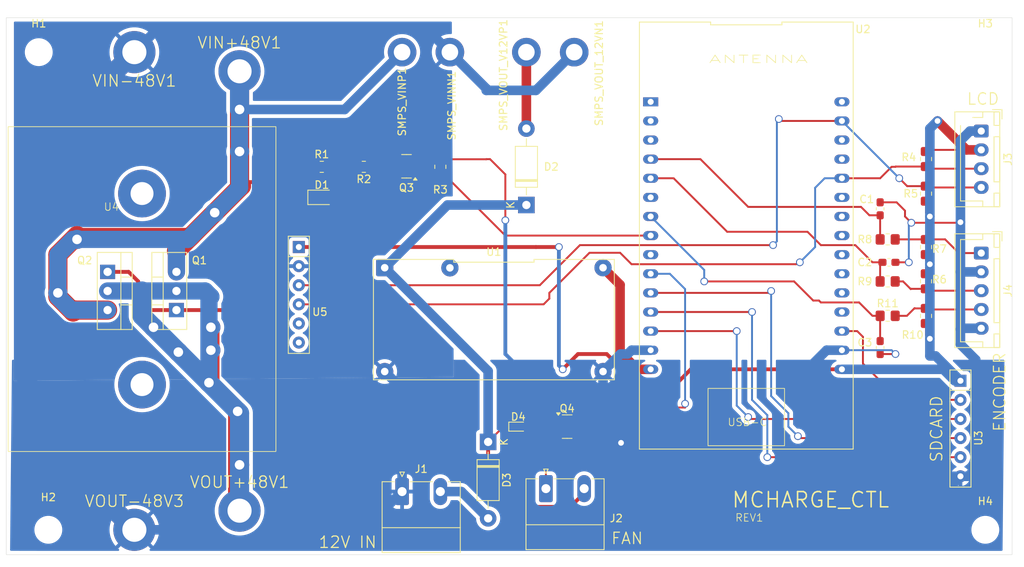
<source format=kicad_pcb>
(kicad_pcb (version 20240108) (generator "pcbnew") (generator_version "8.0")
  (layers (0 "F.Cu" signal) (31 "B.Cu" signal) (34 "B.Paste" user) (35 "F.Paste" user) (36 "B.SilkS" user "B.Silkscreen") (37 "F.SilkS" user "F.Silkscreen") (38 "B.Mask" user) (39 "F.Mask" user) (44 "Edge.Cuts" user))
  (net 0 "")
  (net 1 "GND")
  (net 3 "/SCLK")
  (net 4 "/48V_EN")
  (net 7 "/SDA")
  (net 8 "/enc_bn")
  (net 9 "+5V")
  (net 16 "/SCL")
  (net 17 "/SPI_CS")
  (net 18 "/push_n")
  (net 22 "/MOSI")
  (net 24 "/enc_an")
  (net 25 "+3.3V")
  (net 26 "/MISO")
  (net 28 "/enc_an_unb")
  (net 29 "/enc_bn_unb")
  (net 30 "/push_low_n")
  (net 31 "Net-(D4-A)")
  (net 32 "+12V")
  (net 36 "/SW_GATE")
  (net 37 "Net-(Q3-D)")
  (net 38 "/VIN48")
  (net 39 "/VOUT48")
  (net 40 "/SMPS_12")
  (net 41 "/12VIN")
  (net 44 "/FAN_EN_L")
  (footprint "MountingHole:MountingHole_3.2mm_M3_DIN965_Pad_TopBottom" (layer "F.Cu") (at 64.77 124.46)
    (property "Reference" "VOUT+48V1")
    (property "Value" "MountingHole_Pad")
  )
  (footprint "Resistor_SMD:R_0805_2012Metric_Pad1.20x1.40mm_HandSolder" (layer "F.Cu") (at 81.28 78.74 180)
    (property "Reference" "R2")
    (property "Value" "47K")
  )
  (footprint "Resistor_THT:R_Array_SIP6" (layer "F.Cu") (at 72.644 89.408 -90)
    (property "Reference" "U5")
    (property "Value" "~")
  )
  (footprint "MountingHole:MountingHole_2.2mm_M2_DIN965_Pad_TopBottom" (layer "F.Cu") (at 102.87 63.5 90)
    (property "Reference" "SMPS_VOUT_V12VP1")
    (property "Value" "MountingHole_Pad")
  )
  (footprint "Diode_SMD:D_SOD-523" (layer "F.Cu") (at 101.792 113.284)
    (property "Reference" "D4")
    (property "Value" "1N4148WT")
  )
  (footprint "Resistor_SMD:R_0805_2012Metric_Pad1.20x1.40mm_HandSolder" (layer "F.Cu") (at 91.44 78.74 -90)
    (property "Reference" "R3")
    (property "Value" "47K")
  )
  (footprint "Capacitor_SMD:C_0603_1608Metric_Pad1.08x0.95mm_HandSolder" (layer "F.Cu") (at 149.86 84.328 90)
    (property "Reference" "C1")
    (property "Value" "10n")
  )
  (footprint "Resistor_SMD:R_0805_2012Metric_Pad1.20x1.40mm_HandSolder" (layer "F.Cu") (at 150.86 88.392)
    (property "Reference" "R8")
    (property "Value" "10K")
  )
  (footprint "MountingHole:MountingHole_3.2mm_M3_DIN965" (layer "F.Cu") (at 163.83 63.5)
    (property "Reference" "H3")
    (property "Value" "MountingHole")
  )
  (footprint "Capacitor_SMD:C_0603_1608Metric_Pad1.08x0.95mm_HandSolder" (layer "F.Cu") (at 149.86 102.7695 -90)
    (property "Reference" "C3")
    (property "Value" "10n")
  )
  (footprint "Resistor_SMD:R_0805_2012Metric_Pad1.20x1.40mm_HandSolder" (layer "F.Cu") (at 155.956 93.964 -90)
    (property "Reference" "R6")
    (property "Value" "10K")
  )
  (footprint "Resistor_SMD:R_0805_2012Metric_Pad1.20x1.40mm_HandSolder" (layer "F.Cu") (at 155.956 89.408 90)
    (property "Reference" "R7")
    (property "Value" "10K")
  )
  (footprint "MountingHole:MountingHole_3.2mm_M3_DIN965" (layer "F.Cu") (at 163.83 127)
    (property "Reference" "H4")
    (property "Value" "MountingHole")
  )
  (footprint "Capacitor_SMD:C_0603_1608Metric_Pad1.08x0.95mm_HandSolder" (layer "F.Cu") (at 151.0295 91.44)
    (property "Reference" "C2")
    (property "Value" "10n")
  )
  (footprint "Resistor_SMD:R_0805_2012Metric_Pad1.20x1.40mm_HandSolder" (layer "F.Cu") (at 155.956 98.568 90)
    (property "Reference" "R10")
    (property "Value" "10K")
  )
  (footprint "Package_TO_SOT_THT:TO-220-3_Vertical" (layer "F.Cu") (at 56.388 97.79 90)
    (property "Reference" "Q1")
    (property "Value" "IRF5210")
  )
  (footprint "Diode_THT:D_DO-41_SOD81_P10.16mm_Horizontal" (layer "F.Cu") (at 102.87 83.82 90)
    (property "Reference" "D2")
    (property "Value" "1N4002")
  )
  (footprint "MountingHole:MountingHole_3.2mm_M3_DIN965_Pad_TopBottom" (layer "F.Cu") (at 50.8 63.5)
    (property "Reference" "VIN-48V1")
    (property "Value" "MountingHole_Pad")
  )
  (footprint "mower_footprints:switcher_en" (layer "F.Cu") (at 98.552 99.06 -90)
    (property "Reference" "U1")
    (property "Value" "~")
  )
  (footprint "Package_TO_SOT_THT:TO-220-3_Vertical" (layer "F.Cu") (at 47.244 92.71 -90)
    (property "Reference" "Q2")
    (property "Value" "IRF5210")
  )
  (footprint "Resistor_SMD:R_0805_2012Metric_Pad1.20x1.40mm_HandSolder" (layer "F.Cu") (at 150.86 98.552)
    (property "Reference" "R11")
    (property "Value" "10K")
  )
  (footprint "Connector_Phoenix_MC_HighVoltage:PhoenixContact_MC_1,5_2-G-5.08_1x02_P5.08mm_Horizontal" (layer "F.Cu") (at 86.36 121.92)
    (property "Reference" "J1")
    (property "Value" "Conn_01x02_Pin")
  )
  (footprint "Resistor_SMD:R_0805_2012Metric_Pad1.20x1.40mm_HandSolder" (layer "F.Cu") (at 155.956 77.708 -90)
    (property "Reference" "R4")
    (property "Value" "3K3")
  )
  (footprint "MountingHole:MountingHole_2.2mm_M2_DIN965_Pad_TopBottom" (layer "F.Cu") (at 92.71 63.5 90)
    (property "Reference" "SMPS_VINN1")
    (property "Value" "MountingHole_Pad")
  )
  (footprint "Resistor_THT:R_Array_SIP6" (layer "F.Cu") (at 160.528 107.188 -90)
    (property "Reference" "U3")
    (property "Value" "~")
  )
  (footprint "Resistor_SMD:R_0805_2012Metric_Pad1.20x1.40mm_HandSolder" (layer "F.Cu") (at 150.86 93.98)
    (property "Reference" "R9")
    (property "Value" "10K")
  )
  (footprint "MountingHole:MountingHole_3.2mm_M3_DIN965" (layer "F.Cu") (at 38.1 63.5)
    (property "Reference" "H1")
    (property "Value" "MountingHole")
  )
  (footprint "MountingHole:MountingHole_2.2mm_M2_DIN965_Pad_TopBottom" (layer "F.Cu") (at 109.22 63.5 90)
    (property "Reference" "SMPS_VOUT_12VN1")
    (property "Value" "MountingHole_Pad")
  )
  (footprint "Resistor_SMD:R_0805_2012Metric_Pad1.20x1.40mm_HandSolder" (layer "F.Cu") (at 155.956 82.312 90)
    (property "Reference" "R5")
    (property "Value" "3K3")
  )
  (footprint "Connector_JST:JST_XH_B5B-XH-A_1x05_P2.50mm_Vertical" (layer "F.Cu") (at 163.29 90.21 -90)
    (property "Reference" "J4")
    (property "Value" "Conn_01x05_Pin")
  )
  (footprint "mower_footprints:ESP32_WROOM_M1" (layer "F.Cu") (at 132.08 87.884 -90)
    (property "Reference" "U2")
    (property "Value" "~")
  )
  (footprint "Package_TO_SOT_SMD:SOT-23" (layer "F.Cu") (at 108.2825 113.284)
    (property "Reference" "Q4")
    (property "Value" "SI2300DS" (hide yes))
  )
  (footprint "MountingHole:MountingHole_3.2mm_M3_DIN965_Pad_TopBottom" (layer "F.Cu") (at 50.8 127)
    (property "Reference" "VOUT-48V3")
    (property "Value" "MountingHole_Pad")
  )
  (footprint "Diode_THT:D_DO-41_SOD81_P10.16mm_Horizontal" (layer "F.Cu") (at 97.79 115.316 -90)
    (property "Reference" "D3")
    (property "Value" "1N4002")
  )
  (footprint "Resistor_SMD:R_0805_2012Metric_Pad1.20x1.40mm_HandSolder" (layer "F.Cu") (at 75.692 78.74)
    (property "Reference" "R1")
    (property "Value" "47K")
  )
  (footprint "MountingHole:MountingHole_3.2mm_M3_DIN965_Pad_TopBottom" (layer "F.Cu") (at 64.77 66.04)
    (property "Reference" "VIN+48V1")
    (property "Value" "MountingHole_Pad")
  )
  (footprint "Connector_JST:JST_XH_B4B-XH-AM_1x04_P2.50mm_Vertical" (layer "F.Cu") (at 163.29 73.99 -90)
    (property "Reference" "J3")
    (property "Value" "Conn_01x04_Pin")
  )
  (footprint "Diode_SMD:D_0805_2012Metric_Pad1.15x1.40mm_HandSolder" (layer "F.Cu") (at 75.701 82.804)
    (property "Reference" "D1")
    (property "Value" "12V 0.25W")
  )
  (footprint "mower_footprints:TO220_m1" (layer "F.Cu") (at 51.816 94.996)
    (property "Reference" "U4")
    (property "Value" "~" (hide yes))
  )
  (footprint "Package_TO_SOT_SMD:SOT-23" (layer "F.Cu") (at 86.9465 78.674 180)
    (property "Reference" "Q3")
    (property "Value" "BSS123")
  )
  (footprint "MountingHole:MountingHole_3.2mm_M3_DIN965" (layer "F.Cu") (at 39.37 127)
    (property "Reference" "H2")
    (property "Value" "MountingHole")
  )
  (footprint "Connector_Phoenix_MC_HighVoltage:PhoenixContact_MC_1,5_2-G-5.08_1x02_P5.08mm_Horizontal" (layer "F.Cu") (at 105.465 121.5275)
    (property "Reference" "J2")
    (property "Value" "Conn_01x02_Pin")
  )
  (footprint "MountingHole:MountingHole_2.2mm_M2_DIN965_Pad_TopBottom" (layer "F.Cu") (at 86.36 63.5 90)
    (property "Reference" "SMPS_VINP1")
    (property "Value" "MountingHole_Pad")
  )
  (gr_rect (start 33.782 58.928) (end 167.386 130.302) (stroke (width 0.05)) (fill none) (layer "Edge.Cuts"))
  (gr_text "12V IN" (at 75.184 129.54 0) (layer "F.SilkS") (effects (font (size 1.524 1.524) (thickness 0.1524)) (justify left bottom)))
  (gr_text "REV1" (at 130.556 125.984 0) (layer "F.SilkS") (effects (font (size 1 1) (thickness 0.1)) (justify left bottom)))
  (gr_text "MCHARGE_CTL" (at 130.048 124.206 0) (layer "F.SilkS") (effects (font (size 2.032 2.032) (thickness 0.2032)) (justify left bottom)))
  (gr_text "SDCARD" (at 158.242 118.11 90) (layer "F.SilkS") (effects (font (size 1.524 1.524) (thickness 0.1524)) (justify left bottom)))
  (gr_text "ENCODER" (at 166.624 114.046 90) (layer "F.SilkS") (effects (font (size 1.524 1.524) (thickness 0.1524)) (justify left bottom)))
  (gr_text "FAN" (at 114.046 129.032 0) (layer "F.SilkS") (effects (font (size 1.524 1.524) (thickness 0.1524)) (justify left bottom)))
  (gr_text "LCD" (at 161.29 70.612 0) (layer "F.SilkS") (effects (font (size 1.524 1.524) (thickness 0.1524)) (justify left bottom)))
  (segment (start 87.884 77.724) (end 88.392 77.724) (width 0.254) (layer "F.Cu") (net 1))
  (segment (start 160.455 86.179) (end 160.528 86.106) (width 0.254) (layer "F.Cu") (net 1))
  (segment (start 97.536 77.724) (end 98.044 77.724) (width 0.254) (layer "F.Cu") (net 1))
  (segment (start 36.576 112.776) (end 50.8 127) (width 2.54) (layer "F.Cu") (net 1))
  (segment (start 97.52 77.74) (end 97.536 77.724) (width 0.254) (layer "F.Cu") (net 1))
  (segment (start 151.892 103.632) (end 149.86 103.632) (width 0.254) (layer "F.Cu") (net 1))
  (segment (start 153.162 85.344) (end 153.997 86.179) (width 0.254) (layer "F.Cu") (net 1))
  (segment (start 107.345 114.234) (end 107.345 115.159) (width 0.508) (layer "F.Cu") (net 1))
  (segment (start 91.44 77.74) (end 97.52 77.74) (width 0.254) (layer "F.Cu") (net 1))
  (segment (start 50.8 63.5) (end 36.576 77.724) (width 2.54) (layer "F.Cu") (net 1))
  (segment (start 100.076 79.756) (end 100.076 85.852) (width 0.254) (layer "F.Cu") (net 1))
  (segment (start 88.392 77.724) (end 88.408 77.74) (width 0.254) (layer "F.Cu") (net 1))
  (segment (start 107.345 115.159) (end 108.518 116.332) (width 0.508) (layer "F.Cu") (net 1))
  (segment (start 153.162 84.582) (end 153.162 85.344) (width 0.254) (layer "F.Cu") (net 1))
  (segment (start 152.0455 83.4655) (end 153.162 84.582) (width 0.254) (layer "F.Cu") (net 1))
  (segment (start 153.997 86.179) (end 160.455 86.179) (width 0.254) (layer "F.Cu") (net 1))
  (segment (start 108.518 116.332) (end 114.554 116.332) (width 0.508) (layer "F.Cu") (net 1))
  (segment (start 36.576 77.724) (end 36.576 112.776) (width 2.54) (layer "F.Cu") (net 1))
  (segment (start 114.554 116.332) (end 115.443 115.443) (width 0.508) (layer "F.Cu") (net 1))
  (segment (start 91.44 64.77) (end 92.71 63.5) (width 0.254) (layer "F.Cu") (net 1))
  (segment (start 151.892 91.44) (end 153.67 91.44) (width 0.254) (layer "F.Cu") (net 1))
  (segment (start 88.408 77.74) (end 91.44 77.74) (width 0.254) (layer "F.Cu") (net 1))
  (segment (start 149.86 83.4655) (end 152.0455 83.4655) (width 0.254) (layer "F.Cu") (net 1))
  (segment (start 98.044 77.724) (end 100.076 79.756) (width 0.254) (layer "F.Cu") (net 1))
  (via (at 160.528 86.106) (size 1.016) (drill 0.762) (layers "F.Cu" "B.Cu") (net 1))
  (via (at 115.443 115.443) (size 1.016) (drill 0.762) (layers "F.Cu" "B.Cu") (net 1))
  (via (at 153.67 91.44) (size 1.016) (drill 0.762) (layers "F.Cu" "B.Cu") (net 1))
  (via (at 153.997 86.179) (size 1.016) (drill 0.762) (layers "F.Cu" "B.Cu") (net 1))
  (via (at 151.892 103.632) (size 1.016) (drill 0.762) (layers "F.Cu" "B.Cu") (net 1))
  (via (at 100.076 85.852) (size 1.016) (drill 0.762) (layers "F.Cu" "B.Cu") (net 1))
  (segment (start 97.536 68.58) (end 97.536 68.326) (width 1.27) (layer "B.Cu") (net 1))
  (segment (start 118.872 118.872) (end 118.872 128.524) (width 1.27) (layer "B.Cu") (net 1))
  (segment (start 140.97 104.902) (end 142.748 103.124) (width 1.27) (layer "B.Cu") (net 1))
  (segment (start 160.528 75.252107) (end 161.790107 73.99) (width 1.27) (layer "B.Cu") (net 1))
  (segment (start 160.528 100.33) (end 160.528 92.71) (width 1.27) (layer "B.Cu") (net 1))
  (segment (start 151.384 129.032) (end 160.528 119.888) (width 1.27) (layer "B.Cu") (net 1))
  (segment (start 151.384 103.124) (end 151.892 103.632) (width 0.254) (layer "B.Cu") (net 1))
  (segment (start 113.052 105.96) (end 113.052 108.712) (width 1.27) (layer "B.Cu") (net 1))
  (segment (start 160.528 92.71) (end 160.528 86.106) (width 1.27) (layer "B.Cu") (net 1))
  (segment (start 119.38 129.032) (end 151.384 129.032) (width 1.27) (layer "B.Cu") (net 1))
  (segment (start 160.528 102.362) (end 160.528 100.33) (width 1.27) (layer "B.Cu") (net 1))
  (segment (start 118.872 128.524) (end 119.38 129.032) (width 1.27) (layer "B.Cu") (net 1))
  (segment (start 100.076 85.852) (end 100.076 103.632) (width 0.508) (layer "B.Cu") (net 1))
  (segment (start 100.076 103.632) (end 105.156 108.712) (width 0.508) (layer "B.Cu") (net 1))
  (segment (start 36.576 77.724) (end 36.576 112.776) (width 2.54) (layer "B.Cu") (net 1))
  (segment (start 92.71 63.5) (end 89.662 60.452) (width 1.27) (layer "B.Cu") (net 1))
  (segment (start 80.772 102.68) (end 80.772 93.98) (width 0.508) (layer "B.Cu") (net 1))
  (segment (start 116.332 103.632) (end 116.84 103.124) (width 1.27) (layer "B.Cu") (net 1))
  (segment (start 86.36 108.268) (end 84.052 105.96) (width 1.27) (layer "B.Cu") (net 1))
  (segment (start 60.452 129.032) (end 79.248 129.032) (width 1.27) (layer "B.Cu") (net 1))
  (segment (start 115.443 115.443) (end 118.872 118.872) (width 1.27) (layer "B.Cu") (net 1))
  (segment (start 161.544 119.888) (end 162.56 118.872) (width 1.27) (layer "B.Cu") (net 1))
  (segment (start 160.528 119.888) (end 161.544 119.888) (width 1.27) (layer "B.Cu") (net 1))
  (segment (start 140.97 107.696) (end 140.97 104.902) (width 1.27) (layer "B.Cu") (net 1))
  (segment (start 142.748 103.124) (end 144.78 103.124) (width 1.27) (layer "B.Cu") (net 1))
  (segment (start 36.576 112.776) (end 50.8 127) (width 2.54) (layer "B.Cu") (net 1))
  (segment (start 160.648 100.21) (end 160.528 100.33) (width 1.27) (layer "B.Cu") (net 1))
  (segment (start 161.790107 73.99) (end 163.29 73.99) (width 1.27) (layer "B.Cu") (net 1))
  (segment (start 160.528 119.888) (end 153.162 119.888) (width 1.27) (layer "B.Cu") (net 1))
  (segment (start 78.74 91.948) (end 72.644 91.948) (width 0.508) (layer "B.Cu") (net 1))
  (segment (start 153.162 119.888) (end 140.97 107.696) (width 1.27) (layer "B.Cu") (net 1))
  (segment (start 115.38 103.632) (end 116.332 103.632) (width 1.27) (layer "B.Cu") (net 1))
  (segment (start 80.772 93.98) (end 78.74 91.948) (width 0.508) (layer "B.Cu") (net 1))
  (segment (start 86.36 121.92) (end 86.36 108.268) (width 1.27) (layer "B.Cu") (net 1))
  (segment (start 163.29 92.71) (end 160.528 92.71) (width 1.27) (layer "B.Cu") (net 1))
  (segment (start 160.528 86.106) (end 160.528 75.252107) (width 1.27) (layer "B.Cu") (net 1))
  (segment (start 116.84 103.124) (end 119.38 103.124) (width 1.27) (layer "B.Cu") (net 1))
  (segment (start 53.848 60.452) (end 50.8 63.5) (width 1.27) (layer "B.Cu") (net 1))
  (segment (start 50.8 127) (end 58.42 127) (width 1.27) (layer "B.Cu") (net 1))
  (segment (start 58.42 127) (end 60.452 129.032) (width 1.27) (layer "B.Cu") (net 1))
  (segment (start 153.67 86.506) (end 153.997 86.179) (width 0.254) (layer "B.Cu") (net 1))
  (segment (start 162.56 118.872) (end 162.56 104.394) (width 1.27) (layer "B.Cu") (net 1))
  (segment (start 79.248 129.032) (end 86.36 121.92) (width 1.27) (layer "B.Cu") (net 1))
  (segment (start 104.14 68.58) (end 97.536 68.58) (width 1.27) (layer "B.Cu") (net 1))
  (segment (start 113.052 105.96) (end 115.38 103.632) (width 1.27) (layer "B.Cu") (net 1))
  (segment (start 50.8 63.5) (end 36.576 77.724) (width 2.54) (layer "B.Cu") (net 1))
  (segment (start 153.67 91.44) (end 153.67 86.506) (width 0.254) (layer "B.Cu") (net 1))
  (segment (start 97.536 68.326) (end 92.71 63.5) (width 1.27) (layer "B.Cu") (net 1))
  (segment (start 162.56 104.394) (end 160.528 102.362) (width 1.27) (layer "B.Cu") (net 1))
  (segment (start 79.248 129.032) (end 119.38 129.032) (width 1.27) (layer "B.Cu") (net 1))
  (segment (start 163.29 100.21) (end 160.648 100.21) (width 1.27) (layer "B.Cu") (net 1))
  (segment (start 89.662 60.452) (end 53.848 60.452) (width 1.27) (layer "B.Cu") (net 1))
  (segment (start 105.156 108.712) (end 113.052 108.712) (width 0.508) (layer "B.Cu") (net 1))
  (segment (start 109.22 63.5) (end 104.14 68.58) (width 1.27) (layer "B.Cu") (net 1))
  (segment (start 113.052 108.712) (end 113.052 113.052) (width 1.27) (layer "B.Cu") (net 1))
  (segment (start 84.052 105.96) (end 80.772 102.68) (width 0.508) (layer "B.Cu") (net 1))
  (segment (start 144.78 103.124) (end 151.384 103.124) (width 0.254) (layer "B.Cu") (net 1))
  (segment (start 113.052 113.052) (end 115.443 115.443) (width 1.27) (layer "B.Cu") (net 1))
  (segment (start 139.192 114.808) (end 160.528 114.808) (width 0.254) (layer "F.Cu") (net 3))
  (segment (start 138.938 114.554) (end 139.192 114.808) (width 0.254) (layer "F.Cu") (net 3))
  (segment (start 119.38 95.504) (end 135.128 95.504) (width 0.254) (layer "F.Cu") (net 3))
  (segment (start 135.128 95.504) (end 135.382 95.25) (width 0.254) (layer "F.Cu") (net 3))
  (via (at 135.382 95.25) (size 1.016) (drill 0.762) (layers "F.Cu" "B.Cu") (net 3))
  (via (at 138.938 114.554) (size 1.016) (drill 0.762) (layers "F.Cu" "B.Cu") (net 3))
  (segment (start 137.668 111.506) (end 137.668 113.284) (width 0.254) (layer "B.Cu") (net 3))
  (segment (start 137.668 113.284) (end 138.938 114.554) (width 0.254) (layer "B.Cu") (net 3))
  (segment (start 135.382 95.25) (end 135.382 109.22) (width 0.254) (layer "B.Cu") (net 3))
  (segment (start 135.382 109.22) (end 137.668 111.506) (width 0.254) (layer "B.Cu") (net 3))
  (segment (start 91.932 79.74) (end 91.44 79.74) (width 0.254) (layer "F.Cu") (net 4))
  (segment (start 100.076 87.884) (end 91.932 79.74) (width 0.254) (layer "F.Cu") (net 4))
  (segment (start 88 79.74) (end 87.884 79.624) (width 0.254) (layer "F.Cu") (net 4))
  (segment (start 119.38 87.884) (end 100.076 87.884) (width 0.254) (layer "F.Cu") (net 4))
  (segment (start 91.44 79.74) (end 88 79.74) (width 0.254) (layer "F.Cu") (net 4))
  (segment (start 115.316 90.17) (end 116.84 91.694) (width 0.254) (layer "F.Cu") (net 7))
  (segment (start 111.252 90.17) (end 115.316 90.17) (width 0.254) (layer "F.Cu") (net 7))
  (segment (start 149.86 80.264) (end 151.384 78.74) (width 0.254) (layer "F.Cu") (net 7))
  (segment (start 151.384 78.74) (end 151.892 78.74) (width 0.254) (layer "F.Cu") (net 7))
  (segment (start 163.29 78.99) (end 156.238 78.99) (width 0.254) (layer "F.Cu") (net 7))
  (segment (start 72.644 97.028) (end 105.156 97.028) (width 0.254) (layer "F.Cu") (net 7))
  (segment (start 118.364 91.694) (end 138.684 91.694) (width 0.254) (layer "F.Cu") (net 7))
  (segment (start 151.892 78.74) (end 151.924 78.708) (width 0.254) (layer "F.Cu") (net 7))
  (segment (start 156.238 78.99) (end 155.956 78.708) (width 0.254) (layer "F.Cu") (net 7))
  (segment (start 138.938 91.44) (end 139.192 91.44) (width 0.254) (layer "F.Cu") (net 7))
  (segment (start 116.84 91.694) (end 118.364 91.694) (width 0.254) (layer "F.Cu") (net 7))
  (segment (start 138.684 91.694) (end 138.938 91.44) (width 0.254) (layer "F.Cu") (net 7))
  (segment (start 105.918 96.266) (end 105.918 95.504) (width 0.254) (layer "F.Cu") (net 7))
  (segment (start 144.78 80.264) (end 149.86 80.264) (width 0.254) (layer "F.Cu") (net 7))
  (segment (start 105.156 97.028) (end 105.918 96.266) (width 0.254) (layer "F.Cu") (net 7))
  (segment (start 151.924 78.708) (end 155.956 78.708) (width 0.254) (layer "F.Cu") (net 7))
  (segment (start 105.918 95.504) (end 111.252 90.17) (width 0.254) (layer "F.Cu") (net 7))
  (via (at 139.192 91.44) (size 1.016) (drill 0.762) (layers "F.Cu" "B.Cu") (net 7))
  (segment (start 139.192 91.44) (end 141.224 89.408) (width 0.254) (layer "B.Cu") (net 7))
  (segment (start 142.494 80.264) (end 144.78 80.264) (width 0.254) (layer "B.Cu") (net 7))
  (segment (start 141.224 89.408) (end 141.224 81.534) (width 0.254) (layer "B.Cu") (net 7))
  (segment (start 141.224 81.534) (end 142.494 80.264) (width 0.254) (layer "B.Cu") (net 7))
  (segment (start 146.558 89.154) (end 141.986 89.154) (width 0.254) (layer "F.Cu") (net 8))
  (segment (start 122.428 80.264) (end 119.38 80.264) (width 0.254) (layer "F.Cu") (net 8))
  (segment (start 140.208 87.376) (end 129.54 87.376) (width 0.254) (layer "F.Cu") (net 8))
  (segment (start 129.54 87.376) (end 122.428 80.264) (width 0.254) (layer "F.Cu") (net 8))
  (segment (start 148.844 91.44) (end 146.558 89.154) (width 0.254) (layer "F.Cu") (net 8))
  (segment (start 141.986 89.154) (end 140.208 87.376) (width 0.254) (layer "F.Cu") (net 8))
  (segment (start 150.167 91.44) (end 148.844 91.44) (width 0.254) (layer "F.Cu") (net 8))
  (segment (start 149.86 91.747) (end 150.167 91.44) (width 0.254) (layer "F.Cu") (net 8))
  (segment (start 149.86 93.98) (end 149.86 91.747) (width 0.254) (layer "F.Cu") (net 8))
  (segment (start 119.38 105.664) (end 117.602 105.664) (width 1.27) (layer "F.Cu") (net 9))
  (segment (start 115.316 103.378) (end 115.316 94.424) (width 1.27) (layer "F.Cu") (net 9))
  (segment (start 117.602 105.664) (end 115.316 103.378) (width 1.27) (layer "F.Cu") (net 9))
  (segment (start 115.316 94.424) (end 113.052 92.16) (width 1.27) (layer "F.Cu") (net 9))
  (segment (start 163.29 81.49) (end 156.134 81.49) (width 0.254) (layer "F.Cu") (net 16))
  (segment (start 72.644 94.488) (end 104.648 94.488) (width 0.254) (layer "F.Cu") (net 16))
  (segment (start 153.448 81.312) (end 152.4 80.264) (width 0.254) (layer "F.Cu") (net 16))
  (segment (start 155.956 81.312) (end 153.448 81.312) (width 0.254) (layer "F.Cu") (net 16))
  (segment (start 104.648 94.488) (end 109.982 89.154) (width 0.254) (layer "F.Cu") (net 16))
  (segment (start 136.398 72.39) (end 136.652 72.644) (width 0.254) (layer "F.Cu") (net 16))
  (segment (start 136.652 72.644) (end 144.78 72.644) (width 0.254) (layer "F.Cu") (net 16))
  (segment (start 109.982 89.154) (end 135.636 89.154) (width 0.254) (layer "F.Cu") (net 16))
  (segment (start 156.134 81.49) (end 155.956 81.312) (width 0.254) (layer "F.Cu") (net 16))
  (via (at 136.398 72.39) (size 1.016) (drill 0.762) (layers "F.Cu" "B.Cu") (net 16))
  (via (at 135.636 89.154) (size 1.016) (drill 0.762) (layers "F.Cu" "B.Cu") (net 16))
  (via (at 152.4 80.264) (size 1.016) (drill 0.762) (layers "F.Cu" "B.Cu") (net 16))
  (segment (start 135.636 89.154) (end 136.144 88.646) (width 0.254) (layer "B.Cu") (net 16))
  (segment (start 136.144 88.646) (end 136.144 72.644) (width 0.254) (layer "B.Cu") (net 16))
  (segment (start 152.4 80.264) (end 144.78 72.644) (width 0.254) (layer "B.Cu") (net 16))
  (segment (start 136.144 72.644) (end 136.398 72.39) (width 0.254) (layer "B.Cu") (net 16))
  (segment (start 147.574 104.902) (end 147.574 101.346) (width 0.254) (layer "F.Cu") (net 17))
  (segment (start 147.574 101.346) (end 146.812 100.584) (width 0.254) (layer "F.Cu") (net 17))
  (segment (start 146.812 100.584) (end 144.78 100.584) (width 0.254) (layer "F.Cu") (net 17))
  (segment (start 152.4 109.728) (end 147.574 104.902) (width 0.254) (layer "F.Cu") (net 17))
  (segment (start 160.528 109.728) (end 152.4 109.728) (width 0.254) (layer "F.Cu") (net 17))
  (segment (start 147.066 96.774) (end 141.986 96.774) (width 0.254) (layer "F.Cu") (net 18))
  (segment (start 148.844 98.552) (end 147.066 96.774) (width 0.254) (layer "F.Cu") (net 18))
  (segment (start 138.43 93.98) (end 126.492 93.98) (width 0.254) (layer "F.Cu") (net 18))
  (segment (start 141.986 96.774) (end 141.732 96.52) (width 0.254) (layer "F.Cu") (net 18))
  (segment (start 149.86 101.907) (end 149.86 98.552) (width 0.254) (layer "F.Cu") (net 18))
  (segment (start 140.97 96.52) (end 138.43 93.98) (width 0.254) (layer "F.Cu") (net 18))
  (segment (start 141.732 96.52) (end 140.97 96.52) (width 0.254) (layer "F.Cu") (net 18))
  (segment (start 149.86 98.552) (end 148.844 98.552) (width 0.254) (layer "F.Cu") (net 18))
  (via (at 126.492 93.98) (size 1.016) (drill 0.762) (layers "F.Cu" "B.Cu") (net 18))
  (segment (start 119.38 85.344) (end 126.492 92.456) (width 0.254) (layer "B.Cu") (net 18))
  (segment (start 126.492 92.456) (end 126.492 93.98) (width 0.254) (layer "B.Cu") (net 18))
  (segment (start 130.302 100.584) (end 130.81 100.584) (width 0.254) (layer "F.Cu") (net 22))
  (segment (start 132.334 112.014) (end 132.588 112.268) (width 0.254) (layer "F.Cu") (net 22))
  (segment (start 119.38 100.584) (end 130.302 100.584) (width 0.254) (layer "F.Cu") (net 22))
  (segment (start 132.588 112.268) (end 160.528 112.268) (width 0.254) (layer "F.Cu") (net 22))
  (via (at 130.81 100.584) (size 1.016) (drill 0.762) (layers "F.Cu" "B.Cu") (net 22))
  (via (at 132.334 112.014) (size 1.016) (drill 0.762) (layers "F.Cu" "B.Cu") (net 22))
  (segment (start 130.81 100.584) (end 130.81 110.49) (width 0.254) (layer "B.Cu") (net 22))
  (segment (start 130.81 110.49) (end 132.334 112.014) (width 0.254) (layer "B.Cu") (net 22))
  (segment (start 149.86 88.392) (end 149.86 85.1905) (width 0.254) (layer "F.Cu") (net 24))
  (segment (start 148.4365 85.1905) (end 147.32 84.074) (width 0.254) (layer "F.Cu") (net 24))
  (segment (start 149.86 85.1905) (end 148.4365 85.1905) (width 0.254) (layer "F.Cu") (net 24))
  (segment (start 125.984 77.724) (end 119.38 77.724) (width 0.254) (layer "F.Cu") (net 24))
  (segment (start 147.32 84.074) (end 132.334 84.074) (width 0.254) (layer "F.Cu") (net 24))
  (segment (start 132.334 84.074) (end 125.984 77.724) (width 0.254) (layer "F.Cu") (net 24))
  (segment (start 156.174 76.49) (end 155.956 76.708) (width 0.254) (layer "F.Cu") (net 25))
  (segment (start 155.956 91.186) (end 156.464 91.694) (width 0.254) (layer "F.Cu") (net 25))
  (segment (start 117.348 107.442) (end 122.936 107.442) (width 0.508) (layer "F.Cu") (net 25))
  (segment (start 155.956 90.408) (end 155.956 91.186) (width 0.254) (layer "F.Cu") (net 25))
  (segment (start 107.696 105.664) (end 109.728 103.632) (width 0.508) (layer "F.Cu") (net 25))
  (segment (start 72.644 89.408) (end 104.14 89.408) (width 0.508) (layer "F.Cu") (net 25))
  (segment (start 155.956 101.092) (end 156.464 101.6) (width 0.254) (layer "F.Cu") (net 25))
  (segment (start 155.956 92.964) (end 155.956 92.202) (width 0.254) (layer "F.Cu") (net 25))
  (segment (start 155.956 99.568) (end 155.956 101.092) (width 0.254) (layer "F.Cu") (net 25))
  (segment (start 163.29 76.49) (end 161.326 76.49) (width 1.27) (layer "F.Cu") (net 25))
  (segment (start 104.14 89.408) (end 107.188 89.408) (width 0.508) (layer "F.Cu") (net 25))
  (segment (start 113.538 103.632) (end 117.348 107.442) (width 0.508) (layer "F.Cu") (net 25))
  (segment (start 161.326 76.49) (end 157.48 72.644) (width 1.27) (layer "F.Cu") (net 25))
  (segment (start 163.29 76.49) (end 156.174 76.49) (width 0.254) (layer "F.Cu") (net 25))
  (segment (start 155.956 92.202) (end 156.464 91.694) (width 0.254) (layer "F.Cu") (net 25))
  (segment (start 124.714 105.664) (end 144.78 105.664) (width 0.508) (layer "F.Cu") (net 25))
  (segment (start 122.936 107.442) (end 124.714 105.664) (width 0.508) (layer "F.Cu") (net 25))
  (segment (start 155.956 83.312) (end 155.956 84.836) (width 0.254) (layer "F.Cu") (net 25))
  (segment (start 109.728 103.632) (end 113.538 103.632) (width 0.508) (layer "F.Cu") (net 25))
  (segment (start 155.956 84.836) (end 156.464 85.344) (width 0.254) (layer "F.Cu") (net 25))
  (via (at 156.464 85.344) (size 1.016) (drill 0.762) (layers "F.Cu" "B.Cu") (net 25))
  (via (at 156.464 91.694) (size 1.016) (drill 0.762) (layers "F.Cu" "B.Cu") (net 25))
  (via (at 156.464 101.6) (size 1.016) (drill 0.762) (layers "F.Cu" "B.Cu") (net 25))
  (via (at 107.188 89.408) (size 1.016) (drill 0.762) (layers "F.Cu" "B.Cu") (net 25))
  (via (at 107.696 105.664) (size 1.016) (drill 0.762) (layers "F.Cu" "B.Cu") (net 25))
  (via (at 157.48 72.644) (size 1.016) (drill 0.762) (layers "F.Cu" "B.Cu") (net 25))
  (segment (start 160.528 107.188) (end 159.766 107.188) (width 1.27) (layer "B.Cu") (net 25))
  (segment (start 156.464 73.66) (end 157.48 72.644) (width 1.27) (layer "B.Cu") (net 25))
  (segment (start 107.188 105.156) (end 107.696 105.664) (width 0.508) (layer "B.Cu") (net 25))
  (segment (start 156.464 85.344) (end 156.464 73.66) (width 1.27) (layer "B.Cu") (net 25))
  (segment (start 158.242 105.664) (end 144.78 105.664) (width 1.27) (layer "B.Cu") (net 25))
  (segment (start 156.464 91.694) (end 156.464 85.344) (width 1.27) (layer "B.Cu") (net 25))
  (segment (start 156.464 103.886) (end 156.464 101.6) (width 1.27) (layer "B.Cu") (net 25))
  (segment (start 156.464 101.6) (end 156.464 91.694) (width 1.27) (layer "B.Cu") (net 25))
  (segment (start 159.766 107.188) (end 158.242 105.664) (width 1.27) (layer "B.Cu") (net 25))
  (segment (start 157.226 103.886) (end 156.464 103.886) (width 1.27) (layer "B.Cu") (net 25))
  (segment (start 107.188 89.408) (end 107.188 105.156) (width 0.508) (layer "B.Cu") (net 25))
  (segment (start 160.528 107.188) (end 157.226 103.886) (width 1.27) (layer "B.Cu") (net 25))
  (segment (start 134.874 117.348) (end 160.528 117.348) (width 0.254) (layer "F.Cu") (net 26))
  (segment (start 119.38 98.044) (end 132.842 98.044) (width 0.254) (layer "F.Cu") (net 26))
  (via (at 134.874 117.348) (size 1.016) (drill 0.762) (layers "F.Cu" "B.Cu") (net 26))
  (via (at 132.842 98.044) (size 1.016) (drill 0.762) (layers "F.Cu" "B.Cu") (net 26))
  (segment (start 132.842 109.728) (end 133.858 110.744) (width 0.254) (layer "B.Cu") (net 26))
  (segment (start 134.874 111.76) (end 134.874 117.348) (width 0.254) (layer "B.Cu") (net 26))
  (segment (start 132.842 98.044) (end 132.842 109.728) (width 0.254) (layer "B.Cu") (net 26))
  (segment (start 133.858 110.744) (end 134.874 111.76) (width 0.254) (layer "B.Cu") (net 26))
  (segment (start 158.496 88.392) (end 151.86 88.392) (width 0.254) (layer "F.Cu") (net 28))
  (segment (start 163.29 90.21) (end 160.314 90.21) (width 0.254) (layer "F.Cu") (net 28))
  (segment (start 160.314 90.21) (end 158.496 88.392) (width 0.254) (layer "F.Cu") (net 28))
  (segment (start 153.924 94.996) (end 153.956 94.964) (width 0.254) (layer "F.Cu") (net 29))
  (segment (start 163.29 95.21) (end 156.202 95.21) (width 0.254) (layer "F.Cu") (net 29))
  (segment (start 156.202 95.21) (end 155.956 94.964) (width 0.254) (layer "F.Cu") (net 29))
  (segment (start 151.86 93.98) (end 152.908 93.98) (width 0.254) (layer "F.Cu") (net 29))
  (segment (start 152.908 93.98) (end 153.924 94.996) (width 0.254) (layer "F.Cu") (net 29))
  (segment (start 153.956 94.964) (end 155.956 94.964) (width 0.254) (layer "F.Cu") (net 29))
  (segment (start 156.098 97.71) (end 155.956 97.568) (width 0.254) (layer "F.Cu") (net 30))
  (segment (start 151.86 98.552) (end 153.416 98.552) (width 0.254) (layer "F.Cu") (net 30))
  (segment (start 154.464 97.568) (end 155.956 97.568) (width 0.254) (layer "F.Cu") (net 30))
  (segment (start 153.416 98.552) (end 154.432 97.536) (width 0.254) (layer "F.Cu") (net 30))
  (segment (start 163.29 97.71) (end 156.098 97.71) (width 0.254) (layer "F.Cu") (net 30))
  (segment (start 154.432 97.536) (end 154.464 97.568) (width 0.254) (layer "F.Cu") (net 30))
  (segment (start 105.664 113.284) (end 102.492 113.284) (width 0.254) (layer "F.Cu") (net 31))
  (segment (start 109.22 113.284) (end 105.664 113.284) (width 0.254) (layer "F.Cu") (net 31))
  (segment (start 105.465 121.5275) (end 105.465 113.483) (width 0.254) (layer "F.Cu") (net 31))
  (segment (start 105.465 113.483) (end 105.664 113.284) (width 0.254) (layer "F.Cu") (net 31))
  (segment (start 108.712 123.952) (end 102.616 123.952) (width 0.508) (layer "F.Cu") (net 32))
  (segment (start 102.616 123.952) (end 97.79 119.126) (width 0.508) (layer "F.Cu") (net 32))
  (segment (start 101.092 113.284) (end 99.822 113.284) (width 0.254) (layer "F.Cu") (net 32))
  (segment (start 110.545 121.5275) (end 110.545 122.119) (width 0.508) (layer "F.Cu") (net 32))
  (segment (start 99.822 113.284) (end 97.79 115.316) (width 0.254) (layer "F.Cu") (net 32))
  (segment (start 97.79 119.126) (end 97.79 115.316) (width 0.508) (layer "F.Cu") (net 32))
  (segment (start 110.545 122.119) (end 108.712 123.952) (width 0.508) (layer "F.Cu") (net 32))
  (segment (start 102.87 83.82) (end 92.392 83.82) (width 1.27) (layer "B.Cu") (net 32))
  (segment (start 97.79 115.316) (end 97.79 105.898) (width 1.27) (layer "B.Cu") (net 32))
  (segment (start 97.79 105.898) (end 84.052 92.16) (width 1.27) (layer "B.Cu") (net 32))
  (segment (start 92.392 83.82) (end 84.052 92.16) (width 1.27) (layer "B.Cu") (net 32))
  (segment (start 64.262 97.79) (end 56.388 97.79) (width 0.508) (layer "F.Cu") (net 36))
  (segment (start 76.726 78.774) (end 76.692 78.74) (width 0.508) (layer "F.Cu") (net 36))
  (segment (start 51.308 93.98) (end 51.308 96.012) (width 0.508) (layer "F.Cu") (net 36))
  (segment (start 76.726 82.804) (end 76.726 80.772) (width 0.508) (layer "F.Cu") (net 36))
  (segment (start 76.726 80.772) (end 76.726 78.774) (width 0.508) (layer "F.Cu") (net 36))
  (segment (start 69.088 85.344) (end 66.548 87.884) (width 0.508) (layer "F.Cu") (net 36))
  (segment (start 51.308 96.012) (end 53.086 97.79) (width 0.508) (layer "F.Cu") (net 36))
  (segment (start 53.086 97.79) (end 56.388 97.79) (width 0.508) (layer "F.Cu") (net 36))
  (segment (start 66.548 95.504) (end 64.262 97.79) (width 0.508) (layer "F.Cu") (net 36))
  (segment (start 76.726 80.772) (end 78.758 78.74) (width 0.508) (layer "F.Cu") (net 36))
  (segment (start 75.184 85.344) (end 69.088 85.344) (width 0.508) (layer "F.Cu") (net 36))
  (segment (start 76.726 83.802) (end 75.184 85.344) (width 0.508) (layer "F.Cu") (net 36))
  (segment (start 76.726 82.804) (end 76.726 83.802) (width 0.508) (layer "F.Cu") (net 36))
  (segment (start 47.244 92.71) (end 50.038 92.71) (width 0.508) (layer "F.Cu") (net 36))
  (segment (start 78.758 78.74) (end 80.28 78.74) (width 0.508) (layer "F.Cu") (net 36))
  (segment (start 66.548 87.884) (end 66.548 95.504) (width 0.508) (layer "F.Cu") (net 36))
  (segment (start 50.038 92.71) (end 51.308 93.98) (width 0.508) (layer "F.Cu") (net 36))
  (segment (start 82.28 78.74) (end 85.943 78.74) (width 0.254) (layer "F.Cu") (net 37))
  (segment (start 85.943 78.74) (end 86.009 78.674) (width 0.254) (layer "F.Cu") (net 37))
  (segment (start 65.024 81.28) (end 64.77 81.026) (width 2.54) (layer "F.Cu") (net 38))
  (segment (start 58.42 87.884) (end 58.166 88.138) (width 2.54) (layer "F.Cu") (net 38))
  (segment (start 74.676 82.804) (end 74.676 80.772) (width 0.508) (layer "F.Cu") (net 38))
  (segment (start 65.024 80.772) (end 64.77 81.026) (width 0.508) (layer "F.Cu") (net 38))
  (segment (start 40.64 90.424) (end 40.64 96.012) (width 2.54) (layer "F.Cu") (net 38))
  (segment (start 40.64 96.012) (end 42.672 98.044) (width 2.54) (layer "F.Cu") (net 38))
  (segment (start 74.676 80.772) (end 65.024 80.772) (width 0.508) (layer "F.Cu") (net 38))
  (segment (start 42.926 97.79) (end 47.244 97.79) (width 2.54) (layer "F.Cu") (net 38))
  (segment (start 56.388 92.71) (end 56.388 89.916) (width 2.286) (layer "F.Cu") (net 38))
  (segment (start 56.388 89.916) (end 58.42 87.884) (width 2.54) (layer "F.Cu") (net 38))
  (segment (start 74.676 80.772) (end 74.676 78.756) (width 0.508) (layer "F.Cu") (net 38))
  (segment (start 58.42 87.884) (end 65.024 81.28) (width 2.54) (layer "F.Cu") (net 38))
  (segment (start 43.18 87.884) (end 40.64 90.424) (width 2.54) (layer "F.Cu") (net 38))
  (segment (start 43.434 88.138) (end 43.18 87.884) (width 2.54) (layer "F.Cu") (net 38))
  (segment (start 42.672 98.044) (end 42.926 97.79) (width 2.54) (layer "F.Cu") (net 38))
  (segment (start 58.166 88.138) (end 43.434 88.138) (width 2.54) (layer "F.Cu") (net 38))
  (segment (start 74.676 78.756) (end 74.692 78.74) (width 0.508) (layer "F.Cu") (net 38))
  (segment (start 64.77 81.026) (end 64.77 66.04) (width 2.54) (layer "F.Cu") (net 38))
  (via (at 40.64 95.504) (size 2.54) (drill 1.27) (layers "F.Cu" "B.Cu") (net 38))
  (via (at 43.18 88.392) (size 2.54) (drill 1.27) (layers "F.Cu" "B.Cu") (net 38))
  (via (at 61.468 84.836) (size 2.54) (drill 1.27) (layers "F.Cu" "B.Cu") (net 38))
  (via (at 64.77 76.708) (size 2.54) (drill 1.27) (layers "F.Cu" "B.Cu") (net 38))
  (via (at 64.77 71.12) (size 2.54) (drill 1.27) (layers "F.Cu" "B.Cu") (net 38))
  (segment (start 64.77 81.534) (end 64.77 76.708) (width 2.286) (layer "B.Cu") (net 38))
  (segment (start 64.77 71.12) (end 64.77 66.04) (width 2.54) (layer "B.Cu") (net 38))
  (segment (start 61.468 84.836) (end 64.77 81.534) (width 2.286) (layer "B.Cu") (net 38))
  (segment (start 56.388 92.71) (end 56.388 88.392) (width 2.286) (layer "B.Cu") (net 38))
  (segment (start 42.672 88.392) (end 43.18 88.392) (width 2.286) (layer "B.Cu") (net 38))
  (segment (start 40.64 95.504) (end 40.64 90.424) (width 2.286) (layer "B.Cu") (net 38))
  (segment (start 57.912 88.392) (end 61.468 84.836) (width 2.286) (layer "B.Cu") (net 38))
  (segment (start 64.77 76.708) (end 64.77 71.12) (width 2.286) (layer "B.Cu") (net 38))
  (segment (start 56.388 88.392) (end 57.912 88.392) (width 2.286) (layer "B.Cu") (net 38))
  (segment (start 47.244 97.79) (end 42.418 97.79) (width 2.286) (layer "B.Cu") (net 38))
  (segment (start 78.74 71.12) (end 64.77 71.12) (width 1.27) (layer "B.Cu") (net 38))
  (segment (start 42.418 97.79) (end 40.64 96.012) (width 2.286) (layer "B.Cu") (net 38))
  (segment (start 40.64 96.012) (end 40.64 95.504) (width 2.286) (layer "B.Cu") (net 38))
  (segment (start 86.36 63.5) (end 78.74 71.12) (width 1.27) (layer "B.Cu") (net 38))
  (segment (start 43.18 88.392) (end 56.388 88.392) (width 2.286) (layer "B.Cu") (net 38))
  (segment (start 40.64 90.424) (end 42.672 88.392) (width 2.286) (layer "B.Cu") (net 38))
  (segment (start 60.706 107.442) (end 53.34 100.076) (width 2.286) (layer "F.Cu") (net 39))
  (segment (start 64.516 124.206) (end 64.77 124.46) (width 2.54) (layer "F.Cu") (net 39))
  (segment (start 64.77 111.506) (end 60.96 107.696) (width 2.286) (layer "F.Cu") (net 39))
  (segment (start 60.96 107.696) (end 60.96 100.076) (width 2.286) (layer "F.Cu") (net 39))
  (segment (start 64.516 111.252) (end 64.516 124.206) (width 2.54) (layer "F.Cu") (net 39))
  (via (at 56.642 103.378) (size 2.54) (drill 1.27) (layers "F.Cu" "B.Cu") (net 39))
  (via (at 60.96 100.076) (size 2.54) (drill 1.27) (layers "F.Cu" "B.Cu") (net 39))
  (via (at 64.516 111.252) (size 2.54) (drill 1.27) (layers "F.Cu" "B.Cu") (net 39))
  (via (at 53.34 100.076) (size 2.54) (drill 1.27) (layers "F.Cu" "B.Cu") (net 39))
  (via (at 60.96 103.124) (size 2.54) (drill 1.27) (layers "F.Cu" "B.Cu") (net 39))
  (via (at 60.706 107.442) (size 2.54) (drill 1.27) (layers "F.Cu" "B.Cu") (net 39))
  (via (at 64.77 118.364) (size 2.54) (drill 1.27) (layers "F.Cu" "B.Cu") (net 39))
  (segment (start 64.77 111.506) (end 64.77 118.364) (width 2.54) (layer "B.Cu") (net 39))
  (segment (start 51.816 98.552) (end 53.34 100.076) (width 2.54) (layer "B.Cu") (net 39))
  (segment (start 60.198 95.25) (end 56.388 95.25) (width 2.286) (layer "B.Cu") (net 39))
  (segment (start 64.516 111.252) (end 64.77 111.506) (width 2.54) (layer "B.Cu") (net 39))
  (segment (start 64.77 118.364) (end 64.77 124.46) (width 2.54) (layer "B.Cu") (net 39))
  (segment (start 47.244 95.25) (end 56.388 95.25) (width 2.286) (layer "B.Cu") (net 39))
  (segment (start 56.642 103.378) (end 60.706 107.442) (width 2.54) (layer "B.Cu") (net 39))
  (segment (start 60.706 107.442) (end 64.516 111.252) (width 2.54) (layer "B.Cu") (net 39))
  (segment (start 60.706 96.266) (end 60.96 96.012) (width 2.286) (layer "B.Cu") (net 39))
  (segment (start 60.96 96.012) (end 60.198 95.25) (width 2.286) (layer "B.Cu") (net 39))
  (segment (start 51.816 95.25) (end 51.816 98.552) (width 2.54) (layer "B.Cu") (net 39))
  (segment (start 53.34 100.076) (end 56.642 103.378) (width 2.54) (layer "B.Cu") (net 39))
  (segment (start 60.706 107.442) (end 60.706 96.266) (width 2.286) (layer "B.Cu") (net 39))
  (segment (start 102.87 73.66) (end 102.87 63.5) (width 1.27) (layer "F.Cu") (net 40))
  (segment (start 91.44 121.92) (end 94.234 121.92) (width 1.27) (layer "B.Cu") (net 41))
  (segment (start 94.234 121.92) (end 97.79 125.476) (width 1.27) (layer "B.Cu") (net 41))
  (segment (start 123.952 110.744) (end 123.952 110.236) (width 0.254) (layer "F.Cu") (net 44))
  (segment (start 107.345 111.349) (end 107.442 111.252) (width 0.254) (layer "F.Cu") (net 44))
  (segment (start 107.95 110.744) (end 123.952 110.744) (width 0.254) (layer "F.Cu") (net 44))
  (segment (start 107.442 111.252) (end 107.95 110.744) (width 0.254) (layer "F.Cu") (net 44))
  (segment (start 107.345 112.334) (end 107.345 111.349) (width 0.254) (layer "F.Cu") (net 44))
  (via (at 123.952 110.236) (size 1.016) (drill 0.762) (layers "F.Cu" "B.Cu") (net 44))
  (segment (start 123.952 110.236) (end 123.952 94.996) (width 0.254) (layer "B.Cu") (net 44))
  (segment (start 121.92 92.964) (end 119.38 92.964) (width 0.254) (layer "B.Cu") (net 44))
  (segment (start 123.952 94.996) (end 121.92 92.964) (width 0.254) (layer "B.Cu") (net 44))
  (zone (net 1) (net_name "GND") (layer "B.Cu") (priority 1) (connect_pads (clearance 0.5)) (min_thickness 0.25) (fill yes (thermal_gap 0.5) (thermal_bridge_width 0.5))
    (polygon (pts (xy 34.798 59.436) (xy 92.964 59.436) (xy 93.218 106.68) (xy 34.798 107.188)))
  )
  (zone (net 1) (net_name "GND") (layer "B.Cu") (connect_pads (clearance 0.5)) (min_thickness 0.25) (fill yes (thermal_gap 0.5) (thermal_bridge_width 0.5))
    (polygon (pts (xy 34.544 104.394) (xy 166.37 104.394) (xy 166.116 130.048) (xy 34.29 129.794) (xy 34.544 104.14)))
  )
)
</source>
